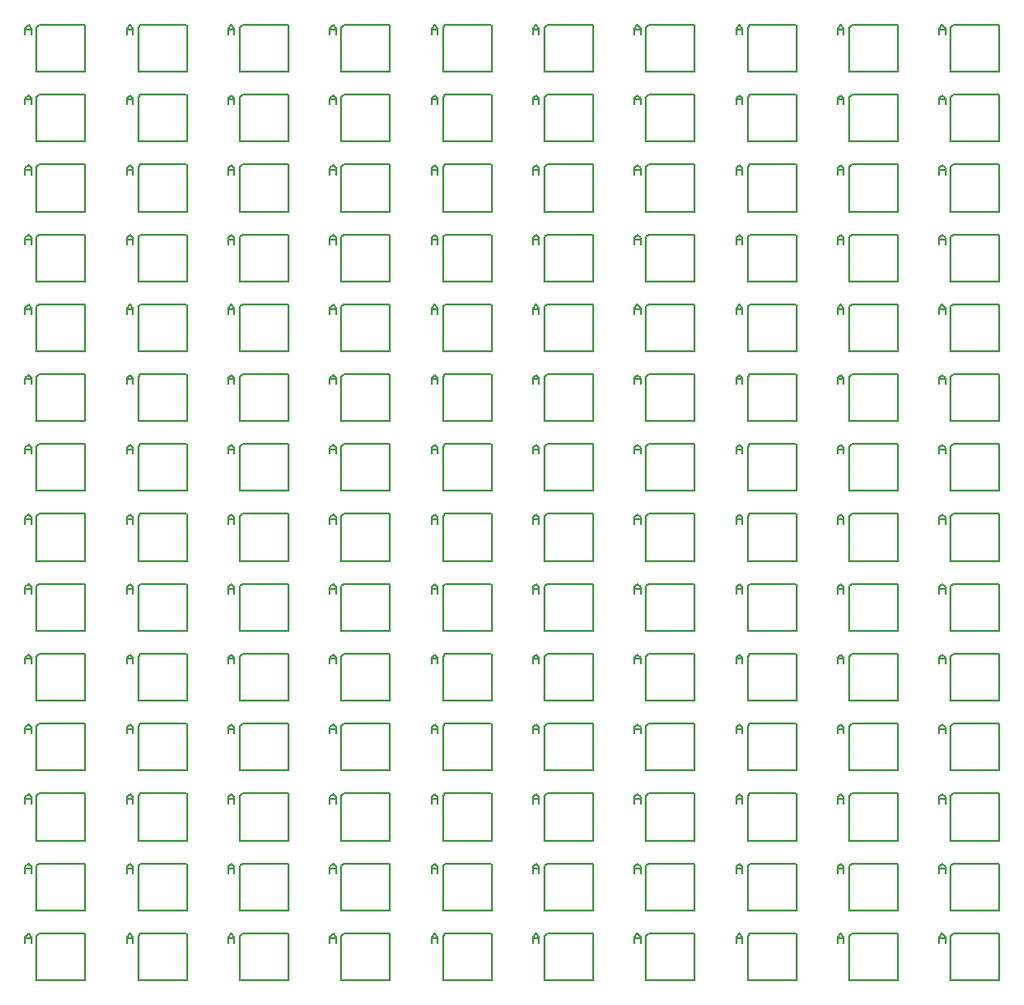
<source format=gto>
%FSLAX25Y25*%
%MOIN*%
G70*
G01*
G75*
%ADD10R,0.05118X0.12992*%
%ADD11R,0.01969X0.12992*%
%ADD12C,0.02000*%
%ADD13R,0.05000X0.15000*%
%ADD14O,0.03937X0.05906*%
%ADD15C,0.00600*%
D15*
X10000Y20677D02*
X10900Y21577D01*
X10000Y5177D02*
X27000D01*
Y21577D01*
X10900D02*
X26900D01*
X10000Y5177D02*
Y20677D01*
X6000Y18177D02*
Y20310D01*
X7066Y21376D01*
X8133Y20310D01*
Y18177D01*
Y19777D01*
X6000D01*
X45433Y20677D02*
X46333Y21577D01*
X45433Y5177D02*
X62433D01*
Y21577D01*
X46333D02*
X62333D01*
X45433Y5177D02*
Y20677D01*
X41433Y18177D02*
Y20310D01*
X42499Y21376D01*
X43566Y20310D01*
Y18177D01*
Y19777D01*
X41433D01*
X80866Y20677D02*
X81766Y21577D01*
X80866Y5177D02*
X97866D01*
Y21577D01*
X81766D02*
X97766D01*
X80866Y5177D02*
Y20677D01*
X76866Y18177D02*
Y20310D01*
X77933Y21376D01*
X78999Y20310D01*
Y18177D01*
Y19777D01*
X76866D01*
X116299Y20677D02*
X117199Y21577D01*
X116299Y5177D02*
X133299D01*
Y21577D01*
X117199D02*
X133199D01*
X116299Y5177D02*
Y20677D01*
X112299Y18177D02*
Y20310D01*
X113365Y21376D01*
X114432Y20310D01*
Y18177D01*
Y19777D01*
X112299D01*
X151732Y20677D02*
X152632Y21577D01*
X151732Y5177D02*
X168732D01*
Y21577D01*
X152632D02*
X168632D01*
X151732Y5177D02*
Y20677D01*
X147732Y18177D02*
Y20310D01*
X148799Y21376D01*
X149865Y20310D01*
Y18177D01*
Y19777D01*
X147732D01*
X187165Y20677D02*
X188065Y21577D01*
X187165Y5177D02*
X204165D01*
Y21577D01*
X188065D02*
X204065D01*
X187165Y5177D02*
Y20677D01*
X183165Y18177D02*
Y20310D01*
X184232Y21376D01*
X185298Y20310D01*
Y18177D01*
Y19777D01*
X183165D01*
X222598Y20677D02*
X223498Y21577D01*
X222598Y5177D02*
X239598D01*
Y21577D01*
X223498D02*
X239498D01*
X222598Y5177D02*
Y20677D01*
X218598Y18177D02*
Y20310D01*
X219665Y21376D01*
X220731Y20310D01*
Y18177D01*
Y19777D01*
X218598D01*
X258032Y20677D02*
X258931Y21577D01*
X258032Y5177D02*
X275031D01*
Y21577D01*
X258931D02*
X274932D01*
X258032Y5177D02*
Y20677D01*
X254031Y18177D02*
Y20310D01*
X255098Y21376D01*
X256164Y20310D01*
Y18177D01*
Y19777D01*
X254031D01*
X293465Y20677D02*
X294365Y21577D01*
X293465Y5177D02*
X310465D01*
Y21577D01*
X294365D02*
X310365D01*
X293465Y5177D02*
Y20677D01*
X289465Y18177D02*
Y20310D01*
X290531Y21376D01*
X291597Y20310D01*
Y18177D01*
Y19777D01*
X289465D01*
X328898Y20677D02*
X329798Y21577D01*
X328898Y5177D02*
X345898D01*
Y21577D01*
X329798D02*
X345798D01*
X328898Y5177D02*
Y20677D01*
X324898Y18177D02*
Y20310D01*
X325964Y21376D01*
X327030Y20310D01*
Y18177D01*
Y19777D01*
X324898D01*
X10000Y45087D02*
X10900Y45987D01*
X10000Y29587D02*
X27000D01*
Y45987D01*
X10900D02*
X26900D01*
X10000Y29587D02*
Y45087D01*
X6000Y42587D02*
Y44719D01*
X7066Y45786D01*
X8133Y44719D01*
Y42587D01*
Y44186D01*
X6000D01*
X45433Y45087D02*
X46333Y45987D01*
X45433Y29587D02*
X62433D01*
Y45987D01*
X46333D02*
X62333D01*
X45433Y29587D02*
Y45087D01*
X41433Y42587D02*
Y44719D01*
X42499Y45786D01*
X43566Y44719D01*
Y42587D01*
Y44186D01*
X41433D01*
X80866Y45087D02*
X81766Y45987D01*
X80866Y29587D02*
X97866D01*
Y45987D01*
X81766D02*
X97766D01*
X80866Y29587D02*
Y45087D01*
X76866Y42587D02*
Y44719D01*
X77933Y45786D01*
X78999Y44719D01*
Y42587D01*
Y44186D01*
X76866D01*
X116299Y45087D02*
X117199Y45987D01*
X116299Y29587D02*
X133299D01*
Y45987D01*
X117199D02*
X133199D01*
X116299Y29587D02*
Y45087D01*
X112299Y42587D02*
Y44719D01*
X113365Y45786D01*
X114432Y44719D01*
Y42587D01*
Y44186D01*
X112299D01*
X151732Y45087D02*
X152632Y45987D01*
X151732Y29587D02*
X168732D01*
Y45987D01*
X152632D02*
X168632D01*
X151732Y29587D02*
Y45087D01*
X147732Y42587D02*
Y44719D01*
X148799Y45786D01*
X149865Y44719D01*
Y42587D01*
Y44186D01*
X147732D01*
X187165Y45087D02*
X188065Y45987D01*
X187165Y29587D02*
X204165D01*
Y45987D01*
X188065D02*
X204065D01*
X187165Y29587D02*
Y45087D01*
X183165Y42587D02*
Y44719D01*
X184232Y45786D01*
X185298Y44719D01*
Y42587D01*
Y44186D01*
X183165D01*
X222598Y45087D02*
X223498Y45987D01*
X222598Y29587D02*
X239598D01*
Y45987D01*
X223498D02*
X239498D01*
X222598Y29587D02*
Y45087D01*
X218598Y42587D02*
Y44719D01*
X219665Y45786D01*
X220731Y44719D01*
Y42587D01*
Y44186D01*
X218598D01*
X258032Y45087D02*
X258931Y45987D01*
X258032Y29587D02*
X275031D01*
Y45987D01*
X258931D02*
X274932D01*
X258032Y29587D02*
Y45087D01*
X254031Y42587D02*
Y44719D01*
X255098Y45786D01*
X256164Y44719D01*
Y42587D01*
Y44186D01*
X254031D01*
X293465Y45087D02*
X294365Y45987D01*
X293465Y29587D02*
X310465D01*
Y45987D01*
X294365D02*
X310365D01*
X293465Y29587D02*
Y45087D01*
X289465Y42587D02*
Y44719D01*
X290531Y45786D01*
X291597Y44719D01*
Y42587D01*
Y44186D01*
X289465D01*
X328898Y45087D02*
X329798Y45987D01*
X328898Y29587D02*
X345898D01*
Y45987D01*
X329798D02*
X345798D01*
X328898Y29587D02*
Y45087D01*
X324898Y42587D02*
Y44719D01*
X325964Y45786D01*
X327030Y44719D01*
Y42587D01*
Y44186D01*
X324898D01*
X10000Y69496D02*
X10900Y70396D01*
X10000Y53996D02*
X27000D01*
Y70396D01*
X10900D02*
X26900D01*
X10000Y53996D02*
Y69496D01*
X6000Y66996D02*
Y69129D01*
X7066Y70195D01*
X8133Y69129D01*
Y66996D01*
Y68595D01*
X6000D01*
X45433Y69496D02*
X46333Y70396D01*
X45433Y53996D02*
X62433D01*
Y70396D01*
X46333D02*
X62333D01*
X45433Y53996D02*
Y69496D01*
X41433Y66996D02*
Y69129D01*
X42499Y70195D01*
X43566Y69129D01*
Y66996D01*
Y68595D01*
X41433D01*
X80866Y69496D02*
X81766Y70396D01*
X80866Y53996D02*
X97866D01*
Y70396D01*
X81766D02*
X97766D01*
X80866Y53996D02*
Y69496D01*
X76866Y66996D02*
Y69129D01*
X77933Y70195D01*
X78999Y69129D01*
Y66996D01*
Y68595D01*
X76866D01*
X116299Y69496D02*
X117199Y70396D01*
X116299Y53996D02*
X133299D01*
Y70396D01*
X117199D02*
X133199D01*
X116299Y53996D02*
Y69496D01*
X112299Y66996D02*
Y69129D01*
X113365Y70195D01*
X114432Y69129D01*
Y66996D01*
Y68595D01*
X112299D01*
X151732Y69496D02*
X152632Y70396D01*
X151732Y53996D02*
X168732D01*
Y70396D01*
X152632D02*
X168632D01*
X151732Y53996D02*
Y69496D01*
X147732Y66996D02*
Y69129D01*
X148799Y70195D01*
X149865Y69129D01*
Y66996D01*
Y68595D01*
X147732D01*
X187165Y69496D02*
X188065Y70396D01*
X187165Y53996D02*
X204165D01*
Y70396D01*
X188065D02*
X204065D01*
X187165Y53996D02*
Y69496D01*
X183165Y66996D02*
Y69129D01*
X184232Y70195D01*
X185298Y69129D01*
Y66996D01*
Y68595D01*
X183165D01*
X222598Y69496D02*
X223498Y70396D01*
X222598Y53996D02*
X239598D01*
Y70396D01*
X223498D02*
X239498D01*
X222598Y53996D02*
Y69496D01*
X218598Y66996D02*
Y69129D01*
X219665Y70195D01*
X220731Y69129D01*
Y66996D01*
Y68595D01*
X218598D01*
X258032Y69496D02*
X258931Y70396D01*
X258032Y53996D02*
X275031D01*
Y70396D01*
X258931D02*
X274932D01*
X258032Y53996D02*
Y69496D01*
X254031Y66996D02*
Y69129D01*
X255098Y70195D01*
X256164Y69129D01*
Y66996D01*
Y68595D01*
X254031D01*
X293465Y69496D02*
X294365Y70396D01*
X293465Y53996D02*
X310465D01*
Y70396D01*
X294365D02*
X310365D01*
X293465Y53996D02*
Y69496D01*
X289465Y66996D02*
Y69129D01*
X290531Y70195D01*
X291597Y69129D01*
Y66996D01*
Y68595D01*
X289465D01*
X328898Y69496D02*
X329798Y70396D01*
X328898Y53996D02*
X345898D01*
Y70396D01*
X329798D02*
X345798D01*
X328898Y53996D02*
Y69496D01*
X324898Y66996D02*
Y69129D01*
X325964Y70195D01*
X327030Y69129D01*
Y66996D01*
Y68595D01*
X324898D01*
X10000Y93906D02*
X10900Y94806D01*
X10000Y78405D02*
X27000D01*
Y94806D01*
X10900D02*
X26900D01*
X10000Y78405D02*
Y93906D01*
X6000Y91405D02*
Y93538D01*
X7066Y94604D01*
X8133Y93538D01*
Y91405D01*
Y93005D01*
X6000D01*
X45433Y93906D02*
X46333Y94806D01*
X45433Y78405D02*
X62433D01*
Y94806D01*
X46333D02*
X62333D01*
X45433Y78405D02*
Y93906D01*
X41433Y91405D02*
Y93538D01*
X42499Y94604D01*
X43566Y93538D01*
Y91405D01*
Y93005D01*
X41433D01*
X80866Y93906D02*
X81766Y94806D01*
X80866Y78405D02*
X97866D01*
Y94806D01*
X81766D02*
X97766D01*
X80866Y78405D02*
Y93906D01*
X76866Y91405D02*
Y93538D01*
X77933Y94604D01*
X78999Y93538D01*
Y91405D01*
Y93005D01*
X76866D01*
X116299Y93906D02*
X117199Y94806D01*
X116299Y78405D02*
X133299D01*
Y94806D01*
X117199D02*
X133199D01*
X116299Y78405D02*
Y93906D01*
X112299Y91405D02*
Y93538D01*
X113365Y94604D01*
X114432Y93538D01*
Y91405D01*
Y93005D01*
X112299D01*
X151732Y93906D02*
X152632Y94806D01*
X151732Y78405D02*
X168732D01*
Y94806D01*
X152632D02*
X168632D01*
X151732Y78405D02*
Y93906D01*
X147732Y91405D02*
Y93538D01*
X148799Y94604D01*
X149865Y93538D01*
Y91405D01*
Y93005D01*
X147732D01*
X187165Y93906D02*
X188065Y94806D01*
X187165Y78405D02*
X204165D01*
Y94806D01*
X188065D02*
X204065D01*
X187165Y78405D02*
Y93906D01*
X183165Y91405D02*
Y93538D01*
X184232Y94604D01*
X185298Y93538D01*
Y91405D01*
Y93005D01*
X183165D01*
X222598Y93906D02*
X223498Y94806D01*
X222598Y78405D02*
X239598D01*
Y94806D01*
X223498D02*
X239498D01*
X222598Y78405D02*
Y93906D01*
X218598Y91405D02*
Y93538D01*
X219665Y94604D01*
X220731Y93538D01*
Y91405D01*
Y93005D01*
X218598D01*
X258032Y93906D02*
X258931Y94806D01*
X258032Y78405D02*
X275031D01*
Y94806D01*
X258931D02*
X274932D01*
X258032Y78405D02*
Y93906D01*
X254031Y91405D02*
Y93538D01*
X255098Y94604D01*
X256164Y93538D01*
Y91405D01*
Y93005D01*
X254031D01*
X293465Y93906D02*
X294365Y94806D01*
X293465Y78405D02*
X310465D01*
Y94806D01*
X294365D02*
X310365D01*
X293465Y78405D02*
Y93906D01*
X289465Y91405D02*
Y93538D01*
X290531Y94604D01*
X291597Y93538D01*
Y91405D01*
Y93005D01*
X289465D01*
X328898Y93906D02*
X329798Y94806D01*
X328898Y78405D02*
X345898D01*
Y94806D01*
X329798D02*
X345798D01*
X328898Y78405D02*
Y93906D01*
X324898Y91405D02*
Y93538D01*
X325964Y94604D01*
X327030Y93538D01*
Y91405D01*
Y93005D01*
X324898D01*
X10000Y118315D02*
X10900Y119215D01*
X10000Y102815D02*
X27000D01*
Y119215D01*
X10900D02*
X26900D01*
X10000Y102815D02*
Y118315D01*
X6000Y115815D02*
Y117948D01*
X7066Y119014D01*
X8133Y117948D01*
Y115815D01*
Y117414D01*
X6000D01*
X45433Y118315D02*
X46333Y119215D01*
X45433Y102815D02*
X62433D01*
Y119215D01*
X46333D02*
X62333D01*
X45433Y102815D02*
Y118315D01*
X41433Y115815D02*
Y117948D01*
X42499Y119014D01*
X43566Y117948D01*
Y115815D01*
Y117414D01*
X41433D01*
X80866Y118315D02*
X81766Y119215D01*
X80866Y102815D02*
X97866D01*
Y119215D01*
X81766D02*
X97766D01*
X80866Y102815D02*
Y118315D01*
X76866Y115815D02*
Y117948D01*
X77933Y119014D01*
X78999Y117948D01*
Y115815D01*
Y117414D01*
X76866D01*
X116299Y118315D02*
X117199Y119215D01*
X116299Y102815D02*
X133299D01*
Y119215D01*
X117199D02*
X133199D01*
X116299Y102815D02*
Y118315D01*
X112299Y115815D02*
Y117948D01*
X113365Y119014D01*
X114432Y117948D01*
Y115815D01*
Y117414D01*
X112299D01*
X151732Y118315D02*
X152632Y119215D01*
X151732Y102815D02*
X168732D01*
Y119215D01*
X152632D02*
X168632D01*
X151732Y102815D02*
Y118315D01*
X147732Y115815D02*
Y117948D01*
X148799Y119014D01*
X149865Y117948D01*
Y115815D01*
Y117414D01*
X147732D01*
X187165Y118315D02*
X188065Y119215D01*
X187165Y102815D02*
X204165D01*
Y119215D01*
X188065D02*
X204065D01*
X187165Y102815D02*
Y118315D01*
X183165Y115815D02*
Y117948D01*
X184232Y119014D01*
X185298Y117948D01*
Y115815D01*
Y117414D01*
X183165D01*
X222598Y118315D02*
X223498Y119215D01*
X222598Y102815D02*
X239598D01*
Y119215D01*
X223498D02*
X239498D01*
X222598Y102815D02*
Y118315D01*
X218598Y115815D02*
Y117948D01*
X219665Y119014D01*
X220731Y117948D01*
Y115815D01*
Y117414D01*
X218598D01*
X258032Y118315D02*
X258931Y119215D01*
X258032Y102815D02*
X275031D01*
Y119215D01*
X258931D02*
X274932D01*
X258032Y102815D02*
Y118315D01*
X254031Y115815D02*
Y117948D01*
X255098Y119014D01*
X256164Y117948D01*
Y115815D01*
Y117414D01*
X254031D01*
X293465Y118315D02*
X294365Y119215D01*
X293465Y102815D02*
X310465D01*
Y119215D01*
X294365D02*
X310365D01*
X293465Y102815D02*
Y118315D01*
X289465Y115815D02*
Y117948D01*
X290531Y119014D01*
X291597Y117948D01*
Y115815D01*
Y117414D01*
X289465D01*
X328898Y118315D02*
X329798Y119215D01*
X328898Y102815D02*
X345898D01*
Y119215D01*
X329798D02*
X345798D01*
X328898Y102815D02*
Y118315D01*
X324898Y115815D02*
Y117948D01*
X325964Y119014D01*
X327030Y117948D01*
Y115815D01*
Y117414D01*
X324898D01*
X10000Y142724D02*
X10900Y143624D01*
X10000Y127224D02*
X27000D01*
Y143624D01*
X10900D02*
X26900D01*
X10000Y127224D02*
Y142724D01*
X6000Y140224D02*
Y142357D01*
X7066Y143423D01*
X8133Y142357D01*
Y140224D01*
Y141824D01*
X6000D01*
X45433Y142724D02*
X46333Y143624D01*
X45433Y127224D02*
X62433D01*
Y143624D01*
X46333D02*
X62333D01*
X45433Y127224D02*
Y142724D01*
X41433Y140224D02*
Y142357D01*
X42499Y143423D01*
X43566Y142357D01*
Y140224D01*
Y141824D01*
X41433D01*
X80866Y142724D02*
X81766Y143624D01*
X80866Y127224D02*
X97866D01*
Y143624D01*
X81766D02*
X97766D01*
X80866Y127224D02*
Y142724D01*
X76866Y140224D02*
Y142357D01*
X77933Y143423D01*
X78999Y142357D01*
Y140224D01*
Y141824D01*
X76866D01*
X116299Y142724D02*
X117199Y143624D01*
X116299Y127224D02*
X133299D01*
Y143624D01*
X117199D02*
X133199D01*
X116299Y127224D02*
Y142724D01*
X112299Y140224D02*
Y142357D01*
X113365Y143423D01*
X114432Y142357D01*
Y140224D01*
Y141824D01*
X112299D01*
X151732Y142724D02*
X152632Y143624D01*
X151732Y127224D02*
X168732D01*
Y143624D01*
X152632D02*
X168632D01*
X151732Y127224D02*
Y142724D01*
X147732Y140224D02*
Y142357D01*
X148799Y143423D01*
X149865Y142357D01*
Y140224D01*
Y141824D01*
X147732D01*
X187165Y142724D02*
X188065Y143624D01*
X187165Y127224D02*
X204165D01*
Y143624D01*
X188065D02*
X204065D01*
X187165Y127224D02*
Y142724D01*
X183165Y140224D02*
Y142357D01*
X184232Y143423D01*
X185298Y142357D01*
Y140224D01*
Y141824D01*
X183165D01*
X222598Y142724D02*
X223498Y143624D01*
X222598Y127224D02*
X239598D01*
Y143624D01*
X223498D02*
X239498D01*
X222598Y127224D02*
Y142724D01*
X218598Y140224D02*
Y142357D01*
X219665Y143423D01*
X220731Y142357D01*
Y140224D01*
Y141824D01*
X218598D01*
X258032Y142724D02*
X258931Y143624D01*
X258032Y127224D02*
X275031D01*
Y143624D01*
X258931D02*
X274932D01*
X258032Y127224D02*
Y142724D01*
X254031Y140224D02*
Y142357D01*
X255098Y143423D01*
X256164Y142357D01*
Y140224D01*
Y141824D01*
X254031D01*
X293465Y142724D02*
X294365Y143624D01*
X293465Y127224D02*
X310465D01*
Y143624D01*
X294365D02*
X310365D01*
X293465Y127224D02*
Y142724D01*
X289465Y140224D02*
Y142357D01*
X290531Y143423D01*
X291597Y142357D01*
Y140224D01*
Y141824D01*
X289465D01*
X328898Y142724D02*
X329798Y143624D01*
X328898Y127224D02*
X345898D01*
Y143624D01*
X329798D02*
X345798D01*
X328898Y127224D02*
Y142724D01*
X324898Y140224D02*
Y142357D01*
X325964Y143423D01*
X327030Y142357D01*
Y140224D01*
Y141824D01*
X324898D01*
X10000Y167134D02*
X10900Y168034D01*
X10000Y151634D02*
X27000D01*
Y168034D01*
X10900D02*
X26900D01*
X10000Y151634D02*
Y167134D01*
X6000Y164634D02*
Y166767D01*
X7066Y167833D01*
X8133Y166767D01*
Y164634D01*
Y166233D01*
X6000D01*
X45433Y167134D02*
X46333Y168034D01*
X45433Y151634D02*
X62433D01*
Y168034D01*
X46333D02*
X62333D01*
X45433Y151634D02*
Y167134D01*
X41433Y164634D02*
Y166767D01*
X42499Y167833D01*
X43566Y166767D01*
Y164634D01*
Y166233D01*
X41433D01*
X80866Y167134D02*
X81766Y168034D01*
X80866Y151634D02*
X97866D01*
Y168034D01*
X81766D02*
X97766D01*
X80866Y151634D02*
Y167134D01*
X76866Y164634D02*
Y166767D01*
X77933Y167833D01*
X78999Y166767D01*
Y164634D01*
Y166233D01*
X76866D01*
X116299Y167134D02*
X117199Y168034D01*
X116299Y151634D02*
X133299D01*
Y168034D01*
X117199D02*
X133199D01*
X116299Y151634D02*
Y167134D01*
X112299Y164634D02*
Y166767D01*
X113365Y167833D01*
X114432Y166767D01*
Y164634D01*
Y166233D01*
X112299D01*
X151732Y167134D02*
X152632Y168034D01*
X151732Y151634D02*
X168732D01*
Y168034D01*
X152632D02*
X168632D01*
X151732Y151634D02*
Y167134D01*
X147732Y164634D02*
Y166767D01*
X148799Y167833D01*
X149865Y166767D01*
Y164634D01*
Y166233D01*
X147732D01*
X187165Y167134D02*
X188065Y168034D01*
X187165Y151634D02*
X204165D01*
Y168034D01*
X188065D02*
X204065D01*
X187165Y151634D02*
Y167134D01*
X183165Y164634D02*
Y166767D01*
X184232Y167833D01*
X185298Y166767D01*
Y164634D01*
Y166233D01*
X183165D01*
X222598Y167134D02*
X223498Y168034D01*
X222598Y151634D02*
X239598D01*
Y168034D01*
X223498D02*
X239498D01*
X222598Y151634D02*
Y167134D01*
X218598Y164634D02*
Y166767D01*
X219665Y167833D01*
X220731Y166767D01*
Y164634D01*
Y166233D01*
X218598D01*
X258032Y167134D02*
X258931Y168034D01*
X258032Y151634D02*
X275031D01*
Y168034D01*
X258931D02*
X274932D01*
X258032Y151634D02*
Y167134D01*
X254031Y164634D02*
Y166767D01*
X255098Y167833D01*
X256164Y166767D01*
Y164634D01*
Y166233D01*
X254031D01*
X293465Y167134D02*
X294365Y168034D01*
X293465Y151634D02*
X310465D01*
Y168034D01*
X294365D02*
X310365D01*
X293465Y151634D02*
Y167134D01*
X289465Y164634D02*
Y166767D01*
X290531Y167833D01*
X291597Y166767D01*
Y164634D01*
Y166233D01*
X289465D01*
X328898Y167134D02*
X329798Y168034D01*
X328898Y151634D02*
X345898D01*
Y168034D01*
X329798D02*
X345798D01*
X328898Y151634D02*
Y167134D01*
X324898Y164634D02*
Y166767D01*
X325964Y167833D01*
X327030Y166767D01*
Y164634D01*
Y166233D01*
X324898D01*
X10000Y191543D02*
X10900Y192443D01*
X10000Y176043D02*
X27000D01*
Y192443D01*
X10900D02*
X26900D01*
X10000Y176043D02*
Y191543D01*
X6000Y189043D02*
Y191176D01*
X7066Y192242D01*
X8133Y191176D01*
Y189043D01*
Y190643D01*
X6000D01*
X45433Y191543D02*
X46333Y192443D01*
X45433Y176043D02*
X62433D01*
Y192443D01*
X46333D02*
X62333D01*
X45433Y176043D02*
Y191543D01*
X41433Y189043D02*
Y191176D01*
X42499Y192242D01*
X43566Y191176D01*
Y189043D01*
Y190643D01*
X41433D01*
X80866Y191543D02*
X81766Y192443D01*
X80866Y176043D02*
X97866D01*
Y192443D01*
X81766D02*
X97766D01*
X80866Y176043D02*
Y191543D01*
X76866Y189043D02*
Y191176D01*
X77933Y192242D01*
X78999Y191176D01*
Y189043D01*
Y190643D01*
X76866D01*
X116299Y191543D02*
X117199Y192443D01*
X116299Y176043D02*
X133299D01*
Y192443D01*
X117199D02*
X133199D01*
X116299Y176043D02*
Y191543D01*
X112299Y189043D02*
Y191176D01*
X113365Y192242D01*
X114432Y191176D01*
Y189043D01*
Y190643D01*
X112299D01*
X151732Y191543D02*
X152632Y192443D01*
X151732Y176043D02*
X168732D01*
Y192443D01*
X152632D02*
X168632D01*
X151732Y176043D02*
Y191543D01*
X147732Y189043D02*
Y191176D01*
X148799Y192242D01*
X149865Y191176D01*
Y189043D01*
Y190643D01*
X147732D01*
X187165Y191543D02*
X188065Y192443D01*
X187165Y176043D02*
X204165D01*
Y192443D01*
X188065D02*
X204065D01*
X187165Y176043D02*
Y191543D01*
X183165Y189043D02*
Y191176D01*
X184232Y192242D01*
X185298Y191176D01*
Y189043D01*
Y190643D01*
X183165D01*
X222598Y191543D02*
X223498Y192443D01*
X222598Y176043D02*
X239598D01*
Y192443D01*
X223498D02*
X239498D01*
X222598Y176043D02*
Y191543D01*
X218598Y189043D02*
Y191176D01*
X219665Y192242D01*
X220731Y191176D01*
Y189043D01*
Y190643D01*
X218598D01*
X258032Y191543D02*
X258931Y192443D01*
X258032Y176043D02*
X275031D01*
Y192443D01*
X258931D02*
X274932D01*
X258032Y176043D02*
Y191543D01*
X254031Y189043D02*
Y191176D01*
X255098Y192242D01*
X256164Y191176D01*
Y189043D01*
Y190643D01*
X254031D01*
X293465Y191543D02*
X294365Y192443D01*
X293465Y176043D02*
X310465D01*
Y192443D01*
X294365D02*
X310365D01*
X293465Y176043D02*
Y191543D01*
X289465Y189043D02*
Y191176D01*
X290531Y192242D01*
X291597Y191176D01*
Y189043D01*
Y190643D01*
X289465D01*
X328898Y191543D02*
X329798Y192443D01*
X328898Y176043D02*
X345898D01*
Y192443D01*
X329798D02*
X345798D01*
X328898Y176043D02*
Y191543D01*
X324898Y189043D02*
Y191176D01*
X325964Y192242D01*
X327030Y191176D01*
Y189043D01*
Y190643D01*
X324898D01*
X10000Y215953D02*
X10900Y216853D01*
X10000Y200453D02*
X27000D01*
Y216853D01*
X10900D02*
X26900D01*
X10000Y200453D02*
Y215953D01*
X6000Y213453D02*
Y215585D01*
X7066Y216652D01*
X8133Y215585D01*
Y213453D01*
Y215052D01*
X6000D01*
X45433Y215953D02*
X46333Y216853D01*
X45433Y200453D02*
X62433D01*
Y216853D01*
X46333D02*
X62333D01*
X45433Y200453D02*
Y215953D01*
X41433Y213453D02*
Y215585D01*
X42499Y216652D01*
X43566Y215585D01*
Y213453D01*
Y215052D01*
X41433D01*
X80866Y215953D02*
X81766Y216853D01*
X80866Y200453D02*
X97866D01*
Y216853D01*
X81766D02*
X97766D01*
X80866Y200453D02*
Y215953D01*
X76866Y213453D02*
Y215585D01*
X77933Y216652D01*
X78999Y215585D01*
Y213453D01*
Y215052D01*
X76866D01*
X116299Y215953D02*
X117199Y216853D01*
X116299Y200453D02*
X133299D01*
Y216853D01*
X117199D02*
X133199D01*
X116299Y200453D02*
Y215953D01*
X112299Y213453D02*
Y215585D01*
X113365Y216652D01*
X114432Y215585D01*
Y213453D01*
Y215052D01*
X112299D01*
X151732Y215953D02*
X152632Y216853D01*
X151732Y200453D02*
X168732D01*
Y216853D01*
X152632D02*
X168632D01*
X151732Y200453D02*
Y215953D01*
X147732Y213453D02*
Y215585D01*
X148799Y216652D01*
X149865Y215585D01*
Y213453D01*
Y215052D01*
X147732D01*
X187165Y215953D02*
X188065Y216853D01*
X187165Y200453D02*
X204165D01*
Y216853D01*
X188065D02*
X204065D01*
X187165Y200453D02*
Y215953D01*
X183165Y213453D02*
Y215585D01*
X184232Y216652D01*
X185298Y215585D01*
Y213453D01*
Y215052D01*
X183165D01*
X222598Y215953D02*
X223498Y216853D01*
X222598Y200453D02*
X239598D01*
Y216853D01*
X223498D02*
X239498D01*
X222598Y200453D02*
Y215953D01*
X218598Y213453D02*
Y215585D01*
X219665Y216652D01*
X220731Y215585D01*
Y213453D01*
Y215052D01*
X218598D01*
X258032Y215953D02*
X258931Y216853D01*
X258032Y200453D02*
X275031D01*
Y216853D01*
X258931D02*
X274932D01*
X258032Y200453D02*
Y215953D01*
X254031Y213453D02*
Y215585D01*
X255098Y216652D01*
X256164Y215585D01*
Y213453D01*
Y215052D01*
X254031D01*
X293465Y215953D02*
X294365Y216853D01*
X293465Y200453D02*
X310465D01*
Y216853D01*
X294365D02*
X310365D01*
X293465Y200453D02*
Y215953D01*
X289465Y213453D02*
Y215585D01*
X290531Y216652D01*
X291597Y215585D01*
Y213453D01*
Y215052D01*
X289465D01*
X328898Y215953D02*
X329798Y216853D01*
X328898Y200453D02*
X345898D01*
Y216853D01*
X329798D02*
X345798D01*
X328898Y200453D02*
Y215953D01*
X324898Y213453D02*
Y215585D01*
X325964Y216652D01*
X327030Y215585D01*
Y213453D01*
Y215052D01*
X324898D01*
X10000Y240362D02*
X10900Y241262D01*
X10000Y224862D02*
X27000D01*
Y241262D01*
X10900D02*
X26900D01*
X10000Y224862D02*
Y240362D01*
X6000Y237862D02*
Y239995D01*
X7066Y241061D01*
X8133Y239995D01*
Y237862D01*
Y239462D01*
X6000D01*
X45433Y240362D02*
X46333Y241262D01*
X45433Y224862D02*
X62433D01*
Y241262D01*
X46333D02*
X62333D01*
X45433Y224862D02*
Y240362D01*
X41433Y237862D02*
Y239995D01*
X42499Y241061D01*
X43566Y239995D01*
Y237862D01*
Y239462D01*
X41433D01*
X80866Y240362D02*
X81766Y241262D01*
X80866Y224862D02*
X97866D01*
Y241262D01*
X81766D02*
X97766D01*
X80866Y224862D02*
Y240362D01*
X76866Y237862D02*
Y239995D01*
X77933Y241061D01*
X78999Y239995D01*
Y237862D01*
Y239462D01*
X76866D01*
X116299Y240362D02*
X117199Y241262D01*
X116299Y224862D02*
X133299D01*
Y241262D01*
X117199D02*
X133199D01*
X116299Y224862D02*
Y240362D01*
X112299Y237862D02*
Y239995D01*
X113365Y241061D01*
X114432Y239995D01*
Y237862D01*
Y239462D01*
X112299D01*
X151732Y240362D02*
X152632Y241262D01*
X151732Y224862D02*
X168732D01*
Y241262D01*
X152632D02*
X168632D01*
X151732Y224862D02*
Y240362D01*
X147732Y237862D02*
Y239995D01*
X148799Y241061D01*
X149865Y239995D01*
Y237862D01*
Y239462D01*
X147732D01*
X187165Y240362D02*
X188065Y241262D01*
X187165Y224862D02*
X204165D01*
Y241262D01*
X188065D02*
X204065D01*
X187165Y224862D02*
Y240362D01*
X183165Y237862D02*
Y239995D01*
X184232Y241061D01*
X185298Y239995D01*
Y237862D01*
Y239462D01*
X183165D01*
X222598Y240362D02*
X223498Y241262D01*
X222598Y224862D02*
X239598D01*
Y241262D01*
X223498D02*
X239498D01*
X222598Y224862D02*
Y240362D01*
X218598Y237862D02*
Y239995D01*
X219665Y241061D01*
X220731Y239995D01*
Y237862D01*
Y239462D01*
X218598D01*
X258032Y240362D02*
X258931Y241262D01*
X258032Y224862D02*
X275031D01*
Y241262D01*
X258931D02*
X274932D01*
X258032Y224862D02*
Y240362D01*
X254031Y237862D02*
Y239995D01*
X255098Y241061D01*
X256164Y239995D01*
Y237862D01*
Y239462D01*
X254031D01*
X293465Y240362D02*
X294365Y241262D01*
X293465Y224862D02*
X310465D01*
Y241262D01*
X294365D02*
X310365D01*
X293465Y224862D02*
Y240362D01*
X289465Y237862D02*
Y239995D01*
X290531Y241061D01*
X291597Y239995D01*
Y237862D01*
Y239462D01*
X289465D01*
X328898Y240362D02*
X329798Y241262D01*
X328898Y224862D02*
X345898D01*
Y241262D01*
X329798D02*
X345798D01*
X328898Y224862D02*
Y240362D01*
X324898Y237862D02*
Y239995D01*
X325964Y241061D01*
X327030Y239995D01*
Y237862D01*
Y239462D01*
X324898D01*
X10000Y264772D02*
X10900Y265672D01*
X10000Y249272D02*
X27000D01*
Y265672D01*
X10900D02*
X26900D01*
X10000Y249272D02*
Y264772D01*
X6000Y262272D02*
Y264404D01*
X7066Y265471D01*
X8133Y264404D01*
Y262272D01*
Y263871D01*
X6000D01*
X45433Y264772D02*
X46333Y265672D01*
X45433Y249272D02*
X62433D01*
Y265672D01*
X46333D02*
X62333D01*
X45433Y249272D02*
Y264772D01*
X41433Y262272D02*
Y264404D01*
X42499Y265471D01*
X43566Y264404D01*
Y262272D01*
Y263871D01*
X41433D01*
X80866Y264772D02*
X81766Y265672D01*
X80866Y249272D02*
X97866D01*
Y265672D01*
X81766D02*
X97766D01*
X80866Y249272D02*
Y264772D01*
X76866Y262272D02*
Y264404D01*
X77933Y265471D01*
X78999Y264404D01*
Y262272D01*
Y263871D01*
X76866D01*
X116299Y264772D02*
X117199Y265672D01*
X116299Y249272D02*
X133299D01*
Y265672D01*
X117199D02*
X133199D01*
X116299Y249272D02*
Y264772D01*
X112299Y262272D02*
Y264404D01*
X113365Y265471D01*
X114432Y264404D01*
Y262272D01*
Y263871D01*
X112299D01*
X151732Y264772D02*
X152632Y265672D01*
X151732Y249272D02*
X168732D01*
Y265672D01*
X152632D02*
X168632D01*
X151732Y249272D02*
Y264772D01*
X147732Y262272D02*
Y264404D01*
X148799Y265471D01*
X149865Y264404D01*
Y262272D01*
Y263871D01*
X147732D01*
X187165Y264772D02*
X188065Y265672D01*
X187165Y249272D02*
X204165D01*
Y265672D01*
X188065D02*
X204065D01*
X187165Y249272D02*
Y264772D01*
X183165Y262272D02*
Y264404D01*
X184232Y265471D01*
X185298Y264404D01*
Y262272D01*
Y263871D01*
X183165D01*
X222598Y264772D02*
X223498Y265672D01*
X222598Y249272D02*
X239598D01*
Y265672D01*
X223498D02*
X239498D01*
X222598Y249272D02*
Y264772D01*
X218598Y262272D02*
Y264404D01*
X219665Y265471D01*
X220731Y264404D01*
Y262272D01*
Y263871D01*
X218598D01*
X258032Y264772D02*
X258931Y265672D01*
X258032Y249272D02*
X275031D01*
Y265672D01*
X258931D02*
X274932D01*
X258032Y249272D02*
Y264772D01*
X254031Y262272D02*
Y264404D01*
X255098Y265471D01*
X256164Y264404D01*
Y262272D01*
Y263871D01*
X254031D01*
X293465Y264772D02*
X294365Y265672D01*
X293465Y249272D02*
X310465D01*
Y265672D01*
X294365D02*
X310365D01*
X293465Y249272D02*
Y264772D01*
X289465Y262272D02*
Y264404D01*
X290531Y265471D01*
X291597Y264404D01*
Y262272D01*
Y263871D01*
X289465D01*
X328898Y264772D02*
X329798Y265672D01*
X328898Y249272D02*
X345898D01*
Y265672D01*
X329798D02*
X345798D01*
X328898Y249272D02*
Y264772D01*
X324898Y262272D02*
Y264404D01*
X325964Y265471D01*
X327030Y264404D01*
Y262272D01*
Y263871D01*
X324898D01*
X10000Y289181D02*
X10900Y290081D01*
X10000Y273681D02*
X27000D01*
Y290081D01*
X10900D02*
X26900D01*
X10000Y273681D02*
Y289181D01*
X6000Y286681D02*
Y288814D01*
X7066Y289880D01*
X8133Y288814D01*
Y286681D01*
Y288281D01*
X6000D01*
X45433Y289181D02*
X46333Y290081D01*
X45433Y273681D02*
X62433D01*
Y290081D01*
X46333D02*
X62333D01*
X45433Y273681D02*
Y289181D01*
X41433Y286681D02*
Y288814D01*
X42499Y289880D01*
X43566Y288814D01*
Y286681D01*
Y288281D01*
X41433D01*
X80866Y289181D02*
X81766Y290081D01*
X80866Y273681D02*
X97866D01*
Y290081D01*
X81766D02*
X97766D01*
X80866Y273681D02*
Y289181D01*
X76866Y286681D02*
Y288814D01*
X77933Y289880D01*
X78999Y288814D01*
Y286681D01*
Y288281D01*
X76866D01*
X116299Y289181D02*
X117199Y290081D01*
X116299Y273681D02*
X133299D01*
Y290081D01*
X117199D02*
X133199D01*
X116299Y273681D02*
Y289181D01*
X112299Y286681D02*
Y288814D01*
X113365Y289880D01*
X114432Y288814D01*
Y286681D01*
Y288281D01*
X112299D01*
X151732Y289181D02*
X152632Y290081D01*
X151732Y273681D02*
X168732D01*
Y290081D01*
X152632D02*
X168632D01*
X151732Y273681D02*
Y289181D01*
X147732Y286681D02*
Y288814D01*
X148799Y289880D01*
X149865Y288814D01*
Y286681D01*
Y288281D01*
X147732D01*
X187165Y289181D02*
X188065Y290081D01*
X187165Y273681D02*
X204165D01*
Y290081D01*
X188065D02*
X204065D01*
X187165Y273681D02*
Y289181D01*
X183165Y286681D02*
Y288814D01*
X184232Y289880D01*
X185298Y288814D01*
Y286681D01*
Y288281D01*
X183165D01*
X222598Y289181D02*
X223498Y290081D01*
X222598Y273681D02*
X239598D01*
Y290081D01*
X223498D02*
X239498D01*
X222598Y273681D02*
Y289181D01*
X218598Y286681D02*
Y288814D01*
X219665Y289880D01*
X220731Y288814D01*
Y286681D01*
Y288281D01*
X218598D01*
X258032Y289181D02*
X258931Y290081D01*
X258032Y273681D02*
X275031D01*
Y290081D01*
X258931D02*
X274932D01*
X258032Y273681D02*
Y289181D01*
X254031Y286681D02*
Y288814D01*
X255098Y289880D01*
X256164Y288814D01*
Y286681D01*
Y288281D01*
X254031D01*
X293465Y289181D02*
X294365Y290081D01*
X293465Y273681D02*
X310465D01*
Y290081D01*
X294365D02*
X310365D01*
X293465Y273681D02*
Y289181D01*
X289465Y286681D02*
Y288814D01*
X290531Y289880D01*
X291597Y288814D01*
Y286681D01*
Y288281D01*
X289465D01*
X328898Y289181D02*
X329798Y290081D01*
X328898Y273681D02*
X345898D01*
Y290081D01*
X329798D02*
X345798D01*
X328898Y273681D02*
Y289181D01*
X324898Y286681D02*
Y288814D01*
X325964Y289880D01*
X327030Y288814D01*
Y286681D01*
Y288281D01*
X324898D01*
X10000Y313591D02*
X10900Y314491D01*
X10000Y298091D02*
X27000D01*
Y314491D01*
X10900D02*
X26900D01*
X10000Y298091D02*
Y313591D01*
X6000Y311090D02*
Y313223D01*
X7066Y314289D01*
X8133Y313223D01*
Y311090D01*
Y312690D01*
X6000D01*
X45433Y313591D02*
X46333Y314491D01*
X45433Y298091D02*
X62433D01*
Y314491D01*
X46333D02*
X62333D01*
X45433Y298091D02*
Y313591D01*
X41433Y311090D02*
Y313223D01*
X42499Y314289D01*
X43566Y313223D01*
Y311090D01*
Y312690D01*
X41433D01*
X80866Y313591D02*
X81766Y314491D01*
X80866Y298091D02*
X97866D01*
Y314491D01*
X81766D02*
X97766D01*
X80866Y298091D02*
Y313591D01*
X76866Y311090D02*
Y313223D01*
X77933Y314289D01*
X78999Y313223D01*
Y311090D01*
Y312690D01*
X76866D01*
X116299Y313591D02*
X117199Y314491D01*
X116299Y298091D02*
X133299D01*
Y314491D01*
X117199D02*
X133199D01*
X116299Y298091D02*
Y313591D01*
X112299Y311090D02*
Y313223D01*
X113365Y314289D01*
X114432Y313223D01*
Y311090D01*
Y312690D01*
X112299D01*
X151732Y313591D02*
X152632Y314491D01*
X151732Y298091D02*
X168732D01*
Y314491D01*
X152632D02*
X168632D01*
X151732Y298091D02*
Y313591D01*
X147732Y311090D02*
Y313223D01*
X148799Y314289D01*
X149865Y313223D01*
Y311090D01*
Y312690D01*
X147732D01*
X187165Y313591D02*
X188065Y314491D01*
X187165Y298091D02*
X204165D01*
Y314491D01*
X188065D02*
X204065D01*
X187165Y298091D02*
Y313591D01*
X183165Y311090D02*
Y313223D01*
X184232Y314289D01*
X185298Y313223D01*
Y311090D01*
Y312690D01*
X183165D01*
X222598Y313591D02*
X223498Y314491D01*
X222598Y298091D02*
X239598D01*
Y314491D01*
X223498D02*
X239498D01*
X222598Y298091D02*
Y313591D01*
X218598Y311090D02*
Y313223D01*
X219665Y314289D01*
X220731Y313223D01*
Y311090D01*
Y312690D01*
X218598D01*
X258032Y313591D02*
X258931Y314491D01*
X258032Y298091D02*
X275031D01*
Y314491D01*
X258931D02*
X274932D01*
X258032Y298091D02*
Y313591D01*
X254031Y311090D02*
Y313223D01*
X255098Y314289D01*
X256164Y313223D01*
Y311090D01*
Y312690D01*
X254031D01*
X293465Y313591D02*
X294365Y314491D01*
X293465Y298091D02*
X310465D01*
Y314491D01*
X294365D02*
X310365D01*
X293465Y298091D02*
Y313591D01*
X289465Y311090D02*
Y313223D01*
X290531Y314289D01*
X291597Y313223D01*
Y311090D01*
Y312690D01*
X289465D01*
X328898Y313591D02*
X329798Y314491D01*
X328898Y298091D02*
X345898D01*
Y314491D01*
X329798D02*
X345798D01*
X328898Y298091D02*
Y313591D01*
X324898Y311090D02*
Y313223D01*
X325964Y314289D01*
X327030Y313223D01*
Y311090D01*
Y312690D01*
X324898D01*
X10000Y338000D02*
X10900Y338900D01*
X10000Y322500D02*
X27000D01*
Y338900D01*
X10900D02*
X26900D01*
X10000Y322500D02*
Y338000D01*
X6000Y335500D02*
Y337633D01*
X7066Y338699D01*
X8133Y337633D01*
Y335500D01*
Y337100D01*
X6000D01*
X45433Y338000D02*
X46333Y338900D01*
X45433Y322500D02*
X62433D01*
Y338900D01*
X46333D02*
X62333D01*
X45433Y322500D02*
Y338000D01*
X41433Y335500D02*
Y337633D01*
X42499Y338699D01*
X43566Y337633D01*
Y335500D01*
Y337100D01*
X41433D01*
X80866Y338000D02*
X81766Y338900D01*
X80866Y322500D02*
X97866D01*
Y338900D01*
X81766D02*
X97766D01*
X80866Y322500D02*
Y338000D01*
X76866Y335500D02*
Y337633D01*
X77933Y338699D01*
X78999Y337633D01*
Y335500D01*
Y337100D01*
X76866D01*
X116299Y338000D02*
X117199Y338900D01*
X116299Y322500D02*
X133299D01*
Y338900D01*
X117199D02*
X133199D01*
X116299Y322500D02*
Y338000D01*
X112299Y335500D02*
Y337633D01*
X113365Y338699D01*
X114432Y337633D01*
Y335500D01*
Y337100D01*
X112299D01*
X151732Y338000D02*
X152632Y338900D01*
X151732Y322500D02*
X168732D01*
Y338900D01*
X152632D02*
X168632D01*
X151732Y322500D02*
Y338000D01*
X147732Y335500D02*
Y337633D01*
X148799Y338699D01*
X149865Y337633D01*
Y335500D01*
Y337100D01*
X147732D01*
X187165Y338000D02*
X188065Y338900D01*
X187165Y322500D02*
X204165D01*
Y338900D01*
X188065D02*
X204065D01*
X187165Y322500D02*
Y338000D01*
X183165Y335500D02*
Y337633D01*
X184232Y338699D01*
X185298Y337633D01*
Y335500D01*
Y337100D01*
X183165D01*
X222598Y338000D02*
X223498Y338900D01*
X222598Y322500D02*
X239598D01*
Y338900D01*
X223498D02*
X239498D01*
X222598Y322500D02*
Y338000D01*
X218598Y335500D02*
Y337633D01*
X219665Y338699D01*
X220731Y337633D01*
Y335500D01*
Y337100D01*
X218598D01*
X258032Y338000D02*
X258931Y338900D01*
X258032Y322500D02*
X275031D01*
Y338900D01*
X258931D02*
X274932D01*
X258032Y322500D02*
Y338000D01*
X254031Y335500D02*
Y337633D01*
X255098Y338699D01*
X256164Y337633D01*
Y335500D01*
Y337100D01*
X254031D01*
X293465Y338000D02*
X294365Y338900D01*
X293465Y322500D02*
X310465D01*
Y338900D01*
X294365D02*
X310365D01*
X293465Y322500D02*
Y338000D01*
X289465Y335500D02*
Y337633D01*
X290531Y338699D01*
X291597Y337633D01*
Y335500D01*
Y337100D01*
X289465D01*
X328898Y338000D02*
X329798Y338900D01*
X328898Y322500D02*
X345898D01*
Y338900D01*
X329798D02*
X345798D01*
X328898Y322500D02*
Y338000D01*
X324898Y335500D02*
Y337633D01*
X325964Y338699D01*
X327030Y337633D01*
Y335500D01*
Y337100D01*
X324898D01*
M02*

</source>
